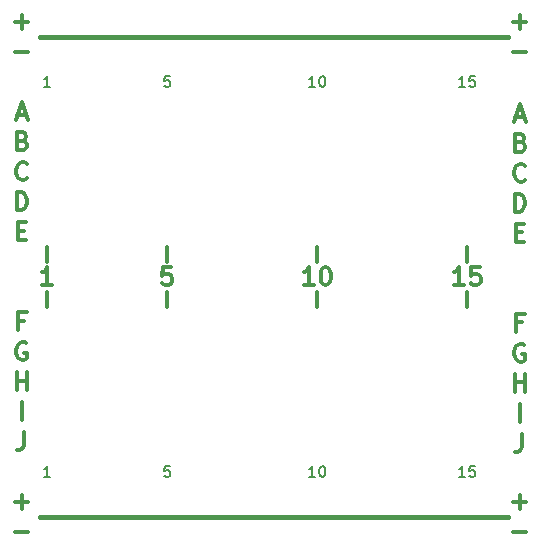
<source format=gto>
%FSLAX34Y34*%
G04 Gerber Fmt 3.4, Leading zero omitted, Abs format*
G04 (created by PCBNEW (2014-06-11 BZR 4938)-product) date Thu 12 Jun 2014 09:07:22 AM CEST*
%MOIN*%
G01*
G70*
G90*
G04 APERTURE LIST*
%ADD10C,0.005906*%
%ADD11C,0.007874*%
%ADD12C,0.011811*%
%ADD13C,0.013780*%
%ADD14C,0.015748*%
%ADD15C,0.125984*%
%ADD16C,0.064961*%
%ADD17R,0.064961X0.064961*%
%ADD18C,0.039370*%
G04 APERTURE END LIST*
G54D10*
G54D11*
X24682Y-41660D02*
X24480Y-41660D01*
X24581Y-41660D02*
X24581Y-41305D01*
X24547Y-41356D01*
X24513Y-41390D01*
X24480Y-41407D01*
X25003Y-41305D02*
X24834Y-41305D01*
X24817Y-41474D01*
X24834Y-41457D01*
X24868Y-41440D01*
X24952Y-41440D01*
X24986Y-41457D01*
X25003Y-41474D01*
X25019Y-41508D01*
X25019Y-41592D01*
X25003Y-41626D01*
X24986Y-41643D01*
X24952Y-41660D01*
X24868Y-41660D01*
X24834Y-41643D01*
X24817Y-41626D01*
X19682Y-41660D02*
X19480Y-41660D01*
X19581Y-41660D02*
X19581Y-41305D01*
X19547Y-41356D01*
X19513Y-41390D01*
X19480Y-41407D01*
X19901Y-41305D02*
X19935Y-41305D01*
X19969Y-41322D01*
X19986Y-41339D01*
X20003Y-41373D01*
X20019Y-41440D01*
X20019Y-41525D01*
X20003Y-41592D01*
X19986Y-41626D01*
X19969Y-41643D01*
X19935Y-41660D01*
X19901Y-41660D01*
X19868Y-41643D01*
X19851Y-41626D01*
X19834Y-41592D01*
X19817Y-41525D01*
X19817Y-41440D01*
X19834Y-41373D01*
X19851Y-41339D01*
X19868Y-41322D01*
X19901Y-41305D01*
X14834Y-41305D02*
X14665Y-41305D01*
X14648Y-41474D01*
X14665Y-41457D01*
X14699Y-41440D01*
X14783Y-41440D01*
X14817Y-41457D01*
X14834Y-41474D01*
X14851Y-41508D01*
X14851Y-41592D01*
X14834Y-41626D01*
X14817Y-41643D01*
X14783Y-41660D01*
X14699Y-41660D01*
X14665Y-41643D01*
X14648Y-41626D01*
X10851Y-41660D02*
X10648Y-41660D01*
X10750Y-41660D02*
X10750Y-41305D01*
X10716Y-41356D01*
X10682Y-41390D01*
X10648Y-41407D01*
X24682Y-28660D02*
X24480Y-28660D01*
X24581Y-28660D02*
X24581Y-28305D01*
X24547Y-28356D01*
X24513Y-28390D01*
X24480Y-28407D01*
X25003Y-28305D02*
X24834Y-28305D01*
X24817Y-28474D01*
X24834Y-28457D01*
X24868Y-28440D01*
X24952Y-28440D01*
X24986Y-28457D01*
X25003Y-28474D01*
X25019Y-28508D01*
X25019Y-28592D01*
X25003Y-28626D01*
X24986Y-28643D01*
X24952Y-28660D01*
X24868Y-28660D01*
X24834Y-28643D01*
X24817Y-28626D01*
X19682Y-28660D02*
X19480Y-28660D01*
X19581Y-28660D02*
X19581Y-28305D01*
X19547Y-28356D01*
X19513Y-28390D01*
X19480Y-28407D01*
X19901Y-28305D02*
X19935Y-28305D01*
X19969Y-28322D01*
X19986Y-28339D01*
X20003Y-28373D01*
X20019Y-28440D01*
X20019Y-28525D01*
X20003Y-28592D01*
X19986Y-28626D01*
X19969Y-28643D01*
X19935Y-28660D01*
X19901Y-28660D01*
X19868Y-28643D01*
X19851Y-28626D01*
X19834Y-28592D01*
X19817Y-28525D01*
X19817Y-28440D01*
X19834Y-28373D01*
X19851Y-28339D01*
X19868Y-28322D01*
X19901Y-28305D01*
X14834Y-28305D02*
X14665Y-28305D01*
X14648Y-28474D01*
X14665Y-28457D01*
X14699Y-28440D01*
X14783Y-28440D01*
X14817Y-28457D01*
X14834Y-28474D01*
X14851Y-28508D01*
X14851Y-28592D01*
X14834Y-28626D01*
X14817Y-28643D01*
X14783Y-28660D01*
X14699Y-28660D01*
X14665Y-28643D01*
X14648Y-28626D01*
X10851Y-28660D02*
X10648Y-28660D01*
X10750Y-28660D02*
X10750Y-28305D01*
X10716Y-28356D01*
X10682Y-28390D01*
X10648Y-28407D01*
G54D12*
X24750Y-35500D02*
X24750Y-36000D01*
X24750Y-34000D02*
X24750Y-34500D01*
X19750Y-35500D02*
X19750Y-36000D01*
X19750Y-34000D02*
X19750Y-34500D01*
X10750Y-34000D02*
X10750Y-34500D01*
X10750Y-35500D02*
X10750Y-36000D01*
X14750Y-35500D02*
X14750Y-36000D01*
X14750Y-34000D02*
X14750Y-34500D01*
G54D13*
X24637Y-35267D02*
X24300Y-35267D01*
X24468Y-35267D02*
X24468Y-34676D01*
X24412Y-34760D01*
X24356Y-34817D01*
X24300Y-34845D01*
X25171Y-34676D02*
X24890Y-34676D01*
X24862Y-34957D01*
X24890Y-34929D01*
X24946Y-34901D01*
X25087Y-34901D01*
X25143Y-34929D01*
X25171Y-34957D01*
X25199Y-35014D01*
X25199Y-35154D01*
X25171Y-35210D01*
X25143Y-35239D01*
X25087Y-35267D01*
X24946Y-35267D01*
X24890Y-35239D01*
X24862Y-35210D01*
X19637Y-35267D02*
X19300Y-35267D01*
X19468Y-35267D02*
X19468Y-34676D01*
X19412Y-34760D01*
X19356Y-34817D01*
X19300Y-34845D01*
X20003Y-34676D02*
X20059Y-34676D01*
X20115Y-34704D01*
X20143Y-34732D01*
X20171Y-34789D01*
X20199Y-34901D01*
X20199Y-35042D01*
X20171Y-35154D01*
X20143Y-35210D01*
X20115Y-35239D01*
X20059Y-35267D01*
X20003Y-35267D01*
X19946Y-35239D01*
X19918Y-35210D01*
X19890Y-35154D01*
X19862Y-35042D01*
X19862Y-34901D01*
X19890Y-34789D01*
X19918Y-34732D01*
X19946Y-34704D01*
X20003Y-34676D01*
X14890Y-34676D02*
X14609Y-34676D01*
X14581Y-34957D01*
X14609Y-34929D01*
X14665Y-34901D01*
X14806Y-34901D01*
X14862Y-34929D01*
X14890Y-34957D01*
X14918Y-35014D01*
X14918Y-35154D01*
X14890Y-35210D01*
X14862Y-35239D01*
X14806Y-35267D01*
X14665Y-35267D01*
X14609Y-35239D01*
X14581Y-35210D01*
X10918Y-35267D02*
X10581Y-35267D01*
X10750Y-35267D02*
X10750Y-34676D01*
X10693Y-34760D01*
X10637Y-34817D01*
X10581Y-34845D01*
X26359Y-29648D02*
X26640Y-29648D01*
X26303Y-29817D02*
X26500Y-29226D01*
X26696Y-29817D01*
X26542Y-30507D02*
X26626Y-30535D01*
X26654Y-30564D01*
X26682Y-30620D01*
X26682Y-30704D01*
X26654Y-30760D01*
X26626Y-30789D01*
X26570Y-30817D01*
X26345Y-30817D01*
X26345Y-30226D01*
X26542Y-30226D01*
X26598Y-30254D01*
X26626Y-30282D01*
X26654Y-30339D01*
X26654Y-30395D01*
X26626Y-30451D01*
X26598Y-30479D01*
X26542Y-30507D01*
X26345Y-30507D01*
X26682Y-31760D02*
X26654Y-31789D01*
X26570Y-31817D01*
X26514Y-31817D01*
X26429Y-31789D01*
X26373Y-31732D01*
X26345Y-31676D01*
X26317Y-31564D01*
X26317Y-31479D01*
X26345Y-31367D01*
X26373Y-31310D01*
X26429Y-31254D01*
X26514Y-31226D01*
X26570Y-31226D01*
X26654Y-31254D01*
X26682Y-31282D01*
X26345Y-32817D02*
X26345Y-32226D01*
X26485Y-32226D01*
X26570Y-32254D01*
X26626Y-32310D01*
X26654Y-32367D01*
X26682Y-32479D01*
X26682Y-32564D01*
X26654Y-32676D01*
X26626Y-32732D01*
X26570Y-32789D01*
X26485Y-32817D01*
X26345Y-32817D01*
X26373Y-33507D02*
X26570Y-33507D01*
X26654Y-33817D02*
X26373Y-33817D01*
X26373Y-33226D01*
X26654Y-33226D01*
X26584Y-36507D02*
X26387Y-36507D01*
X26387Y-36817D02*
X26387Y-36226D01*
X26668Y-36226D01*
X26654Y-37254D02*
X26598Y-37226D01*
X26514Y-37226D01*
X26429Y-37254D01*
X26373Y-37310D01*
X26345Y-37367D01*
X26317Y-37479D01*
X26317Y-37564D01*
X26345Y-37676D01*
X26373Y-37732D01*
X26429Y-37789D01*
X26514Y-37817D01*
X26570Y-37817D01*
X26654Y-37789D01*
X26682Y-37760D01*
X26682Y-37564D01*
X26570Y-37564D01*
X26331Y-38817D02*
X26331Y-38226D01*
X26331Y-38507D02*
X26668Y-38507D01*
X26668Y-38817D02*
X26668Y-38226D01*
X26500Y-39817D02*
X26500Y-39226D01*
X26584Y-40226D02*
X26584Y-40648D01*
X26556Y-40732D01*
X26500Y-40789D01*
X26415Y-40817D01*
X26359Y-40817D01*
X9984Y-40176D02*
X9984Y-40598D01*
X9956Y-40682D01*
X9900Y-40739D01*
X9815Y-40767D01*
X9759Y-40767D01*
X9900Y-39767D02*
X9900Y-39176D01*
X9731Y-38767D02*
X9731Y-38176D01*
X9731Y-38457D02*
X10068Y-38457D01*
X10068Y-38767D02*
X10068Y-38176D01*
X10054Y-37204D02*
X9998Y-37176D01*
X9914Y-37176D01*
X9829Y-37204D01*
X9773Y-37260D01*
X9745Y-37317D01*
X9717Y-37429D01*
X9717Y-37514D01*
X9745Y-37626D01*
X9773Y-37682D01*
X9829Y-37739D01*
X9914Y-37767D01*
X9970Y-37767D01*
X10054Y-37739D01*
X10082Y-37710D01*
X10082Y-37514D01*
X9970Y-37514D01*
X9984Y-36457D02*
X9787Y-36457D01*
X9787Y-36767D02*
X9787Y-36176D01*
X10068Y-36176D01*
X9773Y-33457D02*
X9970Y-33457D01*
X10054Y-33767D02*
X9773Y-33767D01*
X9773Y-33176D01*
X10054Y-33176D01*
X9745Y-32767D02*
X9745Y-32176D01*
X9885Y-32176D01*
X9970Y-32204D01*
X10026Y-32260D01*
X10054Y-32317D01*
X10082Y-32429D01*
X10082Y-32514D01*
X10054Y-32626D01*
X10026Y-32682D01*
X9970Y-32739D01*
X9885Y-32767D01*
X9745Y-32767D01*
X10082Y-31710D02*
X10054Y-31739D01*
X9970Y-31767D01*
X9914Y-31767D01*
X9829Y-31739D01*
X9773Y-31682D01*
X9745Y-31626D01*
X9717Y-31514D01*
X9717Y-31429D01*
X9745Y-31317D01*
X9773Y-31260D01*
X9829Y-31204D01*
X9914Y-31176D01*
X9970Y-31176D01*
X10054Y-31204D01*
X10082Y-31232D01*
X9942Y-30457D02*
X10026Y-30485D01*
X10054Y-30514D01*
X10082Y-30570D01*
X10082Y-30654D01*
X10054Y-30710D01*
X10026Y-30739D01*
X9970Y-30767D01*
X9745Y-30767D01*
X9745Y-30176D01*
X9942Y-30176D01*
X9998Y-30204D01*
X10026Y-30232D01*
X10054Y-30289D01*
X10054Y-30345D01*
X10026Y-30401D01*
X9998Y-30429D01*
X9942Y-30457D01*
X9745Y-30457D01*
X9759Y-29598D02*
X10040Y-29598D01*
X9703Y-29767D02*
X9900Y-29176D01*
X10096Y-29767D01*
X26724Y-42492D02*
X26275Y-42492D01*
X26500Y-42717D02*
X26500Y-42267D01*
X26724Y-43492D02*
X26275Y-43492D01*
X10124Y-43492D02*
X9675Y-43492D01*
X10124Y-42492D02*
X9675Y-42492D01*
X9900Y-42717D02*
X9900Y-42267D01*
X26724Y-26492D02*
X26275Y-26492D01*
X26500Y-26717D02*
X26500Y-26267D01*
X26724Y-27492D02*
X26275Y-27492D01*
X10124Y-27492D02*
X9675Y-27492D01*
X10124Y-26492D02*
X9675Y-26492D01*
X9900Y-26717D02*
X9900Y-26267D01*
G54D14*
X10500Y-43000D02*
X26100Y-43000D01*
X10500Y-27000D02*
X26100Y-27000D01*
%LPC*%
G54D15*
X9785Y-35000D03*
X26714Y-35000D03*
G54D16*
X10750Y-40500D03*
X11750Y-40500D03*
X12750Y-40500D03*
X13750Y-40500D03*
G54D17*
X14750Y-40500D03*
G54D16*
X15750Y-40500D03*
X16750Y-40500D03*
X17750Y-40500D03*
X18750Y-30500D03*
G54D17*
X19750Y-30500D03*
G54D16*
X20750Y-30500D03*
X21750Y-30500D03*
X22750Y-30500D03*
X23750Y-30500D03*
G54D17*
X24750Y-30500D03*
G54D16*
X25750Y-30500D03*
G54D18*
X22500Y-29000D03*
X23000Y-29000D03*
X23500Y-29000D03*
X24000Y-29000D03*
X24500Y-29000D03*
X25000Y-29000D03*
X25500Y-29000D03*
X26000Y-29000D03*
G54D16*
X18750Y-33500D03*
G54D17*
X19750Y-33500D03*
G54D16*
X20750Y-33500D03*
X21750Y-33500D03*
X22750Y-33500D03*
X23750Y-33500D03*
G54D17*
X24750Y-33500D03*
G54D16*
X25750Y-33500D03*
X18750Y-29500D03*
G54D17*
X19750Y-29500D03*
G54D16*
X20750Y-29500D03*
X21750Y-29500D03*
X22750Y-29500D03*
X23750Y-29500D03*
G54D17*
X24750Y-29500D03*
G54D16*
X25750Y-29500D03*
X18750Y-31500D03*
G54D17*
X19750Y-31500D03*
G54D16*
X20750Y-31500D03*
X21750Y-31500D03*
X22750Y-31500D03*
X23750Y-31500D03*
G54D17*
X24750Y-31500D03*
G54D16*
X25750Y-31500D03*
X18750Y-32500D03*
G54D17*
X19750Y-32500D03*
G54D16*
X20750Y-32500D03*
X21750Y-32500D03*
X22750Y-32500D03*
X23750Y-32500D03*
G54D17*
X24750Y-32500D03*
G54D16*
X25750Y-32500D03*
X18750Y-36500D03*
G54D17*
X19750Y-36500D03*
G54D16*
X20750Y-36500D03*
X21750Y-36500D03*
X22750Y-36500D03*
X23750Y-36500D03*
G54D17*
X24750Y-36500D03*
G54D16*
X25750Y-36500D03*
X18750Y-40500D03*
G54D17*
X19750Y-40500D03*
G54D16*
X20750Y-40500D03*
X21750Y-40500D03*
X22750Y-40500D03*
X23750Y-40500D03*
G54D17*
X24750Y-40500D03*
G54D16*
X25750Y-40500D03*
X18750Y-39500D03*
G54D17*
X19750Y-39500D03*
G54D16*
X20750Y-39500D03*
X21750Y-39500D03*
X22750Y-39500D03*
X23750Y-39500D03*
G54D17*
X24750Y-39500D03*
G54D16*
X25750Y-39500D03*
X18750Y-38500D03*
G54D17*
X19750Y-38500D03*
G54D16*
X20750Y-38500D03*
X21750Y-38500D03*
X22750Y-38500D03*
X23750Y-38500D03*
G54D17*
X24750Y-38500D03*
G54D16*
X25750Y-38500D03*
X18750Y-37500D03*
G54D17*
X19750Y-37500D03*
G54D16*
X20750Y-37500D03*
X21750Y-37500D03*
X22750Y-37500D03*
X23750Y-37500D03*
G54D17*
X24750Y-37500D03*
G54D16*
X25750Y-37500D03*
G54D18*
X18500Y-29000D03*
X19000Y-29000D03*
X19500Y-29000D03*
X20000Y-29000D03*
X20500Y-29000D03*
X21000Y-29000D03*
X21500Y-29000D03*
X22000Y-29000D03*
X18500Y-30000D03*
X19000Y-30000D03*
X19500Y-30000D03*
X20000Y-30000D03*
X20500Y-30000D03*
X21000Y-30000D03*
X21500Y-30000D03*
X22000Y-30000D03*
X18500Y-31000D03*
X19000Y-31000D03*
X19500Y-31000D03*
X20000Y-31000D03*
X20500Y-31000D03*
X21000Y-31000D03*
X21500Y-31000D03*
X22000Y-31000D03*
X18500Y-32000D03*
X19000Y-32000D03*
X19500Y-32000D03*
X20000Y-32000D03*
X20500Y-32000D03*
X21000Y-32000D03*
X21500Y-32000D03*
X22000Y-32000D03*
X18500Y-33000D03*
X19000Y-33000D03*
X19500Y-33000D03*
X20000Y-33000D03*
X20500Y-33000D03*
X21000Y-33000D03*
X21500Y-33000D03*
X22000Y-33000D03*
X18500Y-37000D03*
X19000Y-37000D03*
X19500Y-37000D03*
X20000Y-37000D03*
X20500Y-37000D03*
X21000Y-37000D03*
X21500Y-37000D03*
X22000Y-37000D03*
X18500Y-38000D03*
X19000Y-38000D03*
X19500Y-38000D03*
X20000Y-38000D03*
X20500Y-38000D03*
X21000Y-38000D03*
X21500Y-38000D03*
X22000Y-38000D03*
X18500Y-39000D03*
X19000Y-39000D03*
X19500Y-39000D03*
X20000Y-39000D03*
X20500Y-39000D03*
X21000Y-39000D03*
X21500Y-39000D03*
X22000Y-39000D03*
X18500Y-40000D03*
X19000Y-40000D03*
X19500Y-40000D03*
X20000Y-40000D03*
X20500Y-40000D03*
X21000Y-40000D03*
X21500Y-40000D03*
X22000Y-40000D03*
X18500Y-41000D03*
X19000Y-41000D03*
X19500Y-41000D03*
X20000Y-41000D03*
X20500Y-41000D03*
X21000Y-41000D03*
X21500Y-41000D03*
X22000Y-41000D03*
X22500Y-30000D03*
X23000Y-30000D03*
X23500Y-30000D03*
X24000Y-30000D03*
X24500Y-30000D03*
X25000Y-30000D03*
X25500Y-30000D03*
X26000Y-30000D03*
X22500Y-31000D03*
X23000Y-31000D03*
X23500Y-31000D03*
X24000Y-31000D03*
X24500Y-31000D03*
X25000Y-31000D03*
X25500Y-31000D03*
X26000Y-31000D03*
X22500Y-32000D03*
X23000Y-32000D03*
X23500Y-32000D03*
X24000Y-32000D03*
X24500Y-32000D03*
X25000Y-32000D03*
X25500Y-32000D03*
X26000Y-32000D03*
X22500Y-33000D03*
X23000Y-33000D03*
X23500Y-33000D03*
X24000Y-33000D03*
X24500Y-33000D03*
X25000Y-33000D03*
X25500Y-33000D03*
X26000Y-33000D03*
X22500Y-41000D03*
X23000Y-41000D03*
X23500Y-41000D03*
X24000Y-41000D03*
X24500Y-41000D03*
X25000Y-41000D03*
X25500Y-41000D03*
X26000Y-41000D03*
X22500Y-40000D03*
X23000Y-40000D03*
X23500Y-40000D03*
X24000Y-40000D03*
X24500Y-40000D03*
X25000Y-40000D03*
X25500Y-40000D03*
X26000Y-40000D03*
X22500Y-39000D03*
X23000Y-39000D03*
X23500Y-39000D03*
X24000Y-39000D03*
X24500Y-39000D03*
X25000Y-39000D03*
X25500Y-39000D03*
X26000Y-39000D03*
X22500Y-38000D03*
X23000Y-38000D03*
X23500Y-38000D03*
X24000Y-38000D03*
X24500Y-38000D03*
X25000Y-38000D03*
X25500Y-38000D03*
X26000Y-38000D03*
X22500Y-37000D03*
X23000Y-37000D03*
X23500Y-37000D03*
X24000Y-37000D03*
X24500Y-37000D03*
X25000Y-37000D03*
X25500Y-37000D03*
X26000Y-37000D03*
X18500Y-42000D03*
X19000Y-42000D03*
X19500Y-42000D03*
X20000Y-42000D03*
X20500Y-42000D03*
X21000Y-42000D03*
X21500Y-42000D03*
X22000Y-42000D03*
X22500Y-42000D03*
X23000Y-42000D03*
X23500Y-42000D03*
X24000Y-42000D03*
X24500Y-42000D03*
X25000Y-42000D03*
X25500Y-42000D03*
X26000Y-42000D03*
G54D16*
X18750Y-42500D03*
G54D17*
X19750Y-42500D03*
G54D16*
X20750Y-42500D03*
X21750Y-42500D03*
X22750Y-42500D03*
X23750Y-42500D03*
G54D17*
X24750Y-42500D03*
G54D16*
X25750Y-42500D03*
X18750Y-43500D03*
G54D17*
X19750Y-43500D03*
G54D16*
X20750Y-43500D03*
X21750Y-43500D03*
X22750Y-43500D03*
X23750Y-43500D03*
G54D17*
X24750Y-43500D03*
G54D16*
X25750Y-43500D03*
G54D18*
X22500Y-44000D03*
X23000Y-44000D03*
X23500Y-44000D03*
X24000Y-44000D03*
X24500Y-44000D03*
X25000Y-44000D03*
X25500Y-44000D03*
X26000Y-44000D03*
X18500Y-44000D03*
X19000Y-44000D03*
X19500Y-44000D03*
X20000Y-44000D03*
X20500Y-44000D03*
X21000Y-44000D03*
X21500Y-44000D03*
X22000Y-44000D03*
X18500Y-28000D03*
X19000Y-28000D03*
X19500Y-28000D03*
X20000Y-28000D03*
X20500Y-28000D03*
X21000Y-28000D03*
X21500Y-28000D03*
X22000Y-28000D03*
X22500Y-28000D03*
X23000Y-28000D03*
X23500Y-28000D03*
X24000Y-28000D03*
X24500Y-28000D03*
X25000Y-28000D03*
X25500Y-28000D03*
X26000Y-28000D03*
G54D16*
X18750Y-27500D03*
G54D17*
X19750Y-27500D03*
G54D16*
X20750Y-27500D03*
X21750Y-27500D03*
X22750Y-27500D03*
X23750Y-27500D03*
G54D17*
X24750Y-27500D03*
G54D16*
X25750Y-27500D03*
X18750Y-26500D03*
G54D17*
X19750Y-26500D03*
G54D16*
X20750Y-26500D03*
X21750Y-26500D03*
X22750Y-26500D03*
X23750Y-26500D03*
G54D17*
X24750Y-26500D03*
G54D16*
X25750Y-26500D03*
G54D18*
X22500Y-26000D03*
X23000Y-26000D03*
X23500Y-26000D03*
X24000Y-26000D03*
X24500Y-26000D03*
X25000Y-26000D03*
X25500Y-26000D03*
X26000Y-26000D03*
X18500Y-26000D03*
X19000Y-26000D03*
X19500Y-26000D03*
X20000Y-26000D03*
X20500Y-26000D03*
X21000Y-26000D03*
X21500Y-26000D03*
X22000Y-26000D03*
X10500Y-26000D03*
X11000Y-26000D03*
X11500Y-26000D03*
X12000Y-26000D03*
X12500Y-26000D03*
X13000Y-26000D03*
X13500Y-26000D03*
X14000Y-26000D03*
X14500Y-26000D03*
X15000Y-26000D03*
X15500Y-26000D03*
X16000Y-26000D03*
X16500Y-26000D03*
X17000Y-26000D03*
X17500Y-26000D03*
X18000Y-26000D03*
G54D16*
X10750Y-26500D03*
X11750Y-26500D03*
X12750Y-26500D03*
X13750Y-26500D03*
G54D17*
X14750Y-26500D03*
G54D16*
X15750Y-26500D03*
X16750Y-26500D03*
X17750Y-26500D03*
X10750Y-27500D03*
X11750Y-27500D03*
X12750Y-27500D03*
X13750Y-27500D03*
G54D17*
X14750Y-27500D03*
G54D16*
X15750Y-27500D03*
X16750Y-27500D03*
X17750Y-27500D03*
G54D18*
X14500Y-28000D03*
X15000Y-28000D03*
X15500Y-28000D03*
X16000Y-28000D03*
X16500Y-28000D03*
X17000Y-28000D03*
X17500Y-28000D03*
X18000Y-28000D03*
X10500Y-28000D03*
X11000Y-28000D03*
X11500Y-28000D03*
X12000Y-28000D03*
X12500Y-28000D03*
X13000Y-28000D03*
X13500Y-28000D03*
X14000Y-28000D03*
X10500Y-44000D03*
X11000Y-44000D03*
X11500Y-44000D03*
X12000Y-44000D03*
X12500Y-44000D03*
X13000Y-44000D03*
X13500Y-44000D03*
X14000Y-44000D03*
X14500Y-44000D03*
X15000Y-44000D03*
X15500Y-44000D03*
X16000Y-44000D03*
X16500Y-44000D03*
X17000Y-44000D03*
X17500Y-44000D03*
X18000Y-44000D03*
G54D16*
X10750Y-43500D03*
X11750Y-43500D03*
X12750Y-43500D03*
X13750Y-43500D03*
G54D17*
X14750Y-43500D03*
G54D16*
X15750Y-43500D03*
X16750Y-43500D03*
X17750Y-43500D03*
X10750Y-42500D03*
X11750Y-42500D03*
X12750Y-42500D03*
X13750Y-42500D03*
G54D17*
X14750Y-42500D03*
G54D16*
X15750Y-42500D03*
X16750Y-42500D03*
X17750Y-42500D03*
G54D18*
X14500Y-42000D03*
X15000Y-42000D03*
X15500Y-42000D03*
X16000Y-42000D03*
X16500Y-42000D03*
X17000Y-42000D03*
X17500Y-42000D03*
X18000Y-42000D03*
X10500Y-42000D03*
X11000Y-42000D03*
X11500Y-42000D03*
X12000Y-42000D03*
X12500Y-42000D03*
X13000Y-42000D03*
X13500Y-42000D03*
X14000Y-42000D03*
X14500Y-37000D03*
X15000Y-37000D03*
X15500Y-37000D03*
X16000Y-37000D03*
X16500Y-37000D03*
X17000Y-37000D03*
X17500Y-37000D03*
X18000Y-37000D03*
X14500Y-38000D03*
X15000Y-38000D03*
X15500Y-38000D03*
X16000Y-38000D03*
X16500Y-38000D03*
X17000Y-38000D03*
X17500Y-38000D03*
X18000Y-38000D03*
X14500Y-39000D03*
X15000Y-39000D03*
X15500Y-39000D03*
X16000Y-39000D03*
X16500Y-39000D03*
X17000Y-39000D03*
X17500Y-39000D03*
X18000Y-39000D03*
X14500Y-40000D03*
X15000Y-40000D03*
X15500Y-40000D03*
X16000Y-40000D03*
X16500Y-40000D03*
X17000Y-40000D03*
X17500Y-40000D03*
X18000Y-40000D03*
X14500Y-41000D03*
X15000Y-41000D03*
X15500Y-41000D03*
X16000Y-41000D03*
X16500Y-41000D03*
X17000Y-41000D03*
X17500Y-41000D03*
X18000Y-41000D03*
X14500Y-33000D03*
X15000Y-33000D03*
X15500Y-33000D03*
X16000Y-33000D03*
X16500Y-33000D03*
X17000Y-33000D03*
X17500Y-33000D03*
X18000Y-33000D03*
X14500Y-32000D03*
X15000Y-32000D03*
X15500Y-32000D03*
X16000Y-32000D03*
X16500Y-32000D03*
X17000Y-32000D03*
X17500Y-32000D03*
X18000Y-32000D03*
X14500Y-31000D03*
X15000Y-31000D03*
X15500Y-31000D03*
X16000Y-31000D03*
X16500Y-31000D03*
X17000Y-31000D03*
X17500Y-31000D03*
X18000Y-31000D03*
X14500Y-30000D03*
X15000Y-30000D03*
X15500Y-30000D03*
X16000Y-30000D03*
X16500Y-30000D03*
X17000Y-30000D03*
X17500Y-30000D03*
X18000Y-30000D03*
X10500Y-41000D03*
X11000Y-41000D03*
X11500Y-41000D03*
X12000Y-41000D03*
X12500Y-41000D03*
X13000Y-41000D03*
X13500Y-41000D03*
X14000Y-41000D03*
X10500Y-40000D03*
X11000Y-40000D03*
X11500Y-40000D03*
X12000Y-40000D03*
X12500Y-40000D03*
X13000Y-40000D03*
X13500Y-40000D03*
X14000Y-40000D03*
X10500Y-39000D03*
X11000Y-39000D03*
X11500Y-39000D03*
X12000Y-39000D03*
X12500Y-39000D03*
X13000Y-39000D03*
X13500Y-39000D03*
X14000Y-39000D03*
X10500Y-38000D03*
X11000Y-38000D03*
X11500Y-38000D03*
X12000Y-38000D03*
X12500Y-38000D03*
X13000Y-38000D03*
X13500Y-38000D03*
X14000Y-38000D03*
X10500Y-37000D03*
X11000Y-37000D03*
X11500Y-37000D03*
X12000Y-37000D03*
X12500Y-37000D03*
X13000Y-37000D03*
X13500Y-37000D03*
X14000Y-37000D03*
X10500Y-33000D03*
X11000Y-33000D03*
X11500Y-33000D03*
X12000Y-33000D03*
X12500Y-33000D03*
X13000Y-33000D03*
X13500Y-33000D03*
X14000Y-33000D03*
X10500Y-32000D03*
X11000Y-32000D03*
X11500Y-32000D03*
X12000Y-32000D03*
X12500Y-32000D03*
X13000Y-32000D03*
X13500Y-32000D03*
X14000Y-32000D03*
X10500Y-31000D03*
X11000Y-31000D03*
X11500Y-31000D03*
X12000Y-31000D03*
X12500Y-31000D03*
X13000Y-31000D03*
X13500Y-31000D03*
X14000Y-31000D03*
X10500Y-30000D03*
X11000Y-30000D03*
X11500Y-30000D03*
X12000Y-30000D03*
X12500Y-30000D03*
X13000Y-30000D03*
X13500Y-30000D03*
X14000Y-30000D03*
X10500Y-29000D03*
X11000Y-29000D03*
X11500Y-29000D03*
X12000Y-29000D03*
X12500Y-29000D03*
X13000Y-29000D03*
X13500Y-29000D03*
X14000Y-29000D03*
G54D16*
X10750Y-37500D03*
X11750Y-37500D03*
X12750Y-37500D03*
X13750Y-37500D03*
G54D17*
X14750Y-37500D03*
G54D16*
X15750Y-37500D03*
X16750Y-37500D03*
X17750Y-37500D03*
X10750Y-38500D03*
X11750Y-38500D03*
X12750Y-38500D03*
X13750Y-38500D03*
G54D17*
X14750Y-38500D03*
G54D16*
X15750Y-38500D03*
X16750Y-38500D03*
X17750Y-38500D03*
X10750Y-39500D03*
X11750Y-39500D03*
X12750Y-39500D03*
X13750Y-39500D03*
G54D17*
X14750Y-39500D03*
G54D16*
X15750Y-39500D03*
X16750Y-39500D03*
X17750Y-39500D03*
X10750Y-36500D03*
X11750Y-36500D03*
X12750Y-36500D03*
X13750Y-36500D03*
G54D17*
X14750Y-36500D03*
G54D16*
X15750Y-36500D03*
X16750Y-36500D03*
X17750Y-36500D03*
X10750Y-32500D03*
X11750Y-32500D03*
X12750Y-32500D03*
X13750Y-32500D03*
G54D17*
X14750Y-32500D03*
G54D16*
X15750Y-32500D03*
X16750Y-32500D03*
X17750Y-32500D03*
X10750Y-31500D03*
X11750Y-31500D03*
X12750Y-31500D03*
X13750Y-31500D03*
G54D17*
X14750Y-31500D03*
G54D16*
X15750Y-31500D03*
X16750Y-31500D03*
X17750Y-31500D03*
X10750Y-30500D03*
X11750Y-30500D03*
X12750Y-30500D03*
X13750Y-30500D03*
G54D17*
X14750Y-30500D03*
G54D16*
X15750Y-30500D03*
X16750Y-30500D03*
X17750Y-30500D03*
X10750Y-29500D03*
X11750Y-29500D03*
X12750Y-29500D03*
X13750Y-29500D03*
G54D17*
X14750Y-29500D03*
G54D16*
X15750Y-29500D03*
X16750Y-29500D03*
X17750Y-29500D03*
X10750Y-33500D03*
X11750Y-33500D03*
X12750Y-33500D03*
X13750Y-33500D03*
G54D17*
X14750Y-33500D03*
G54D16*
X15750Y-33500D03*
X16750Y-33500D03*
X17750Y-33500D03*
G54D18*
X14500Y-29000D03*
X15000Y-29000D03*
X15500Y-29000D03*
X16000Y-29000D03*
X16500Y-29000D03*
X17000Y-29000D03*
X17500Y-29000D03*
X18000Y-29000D03*
M02*

</source>
